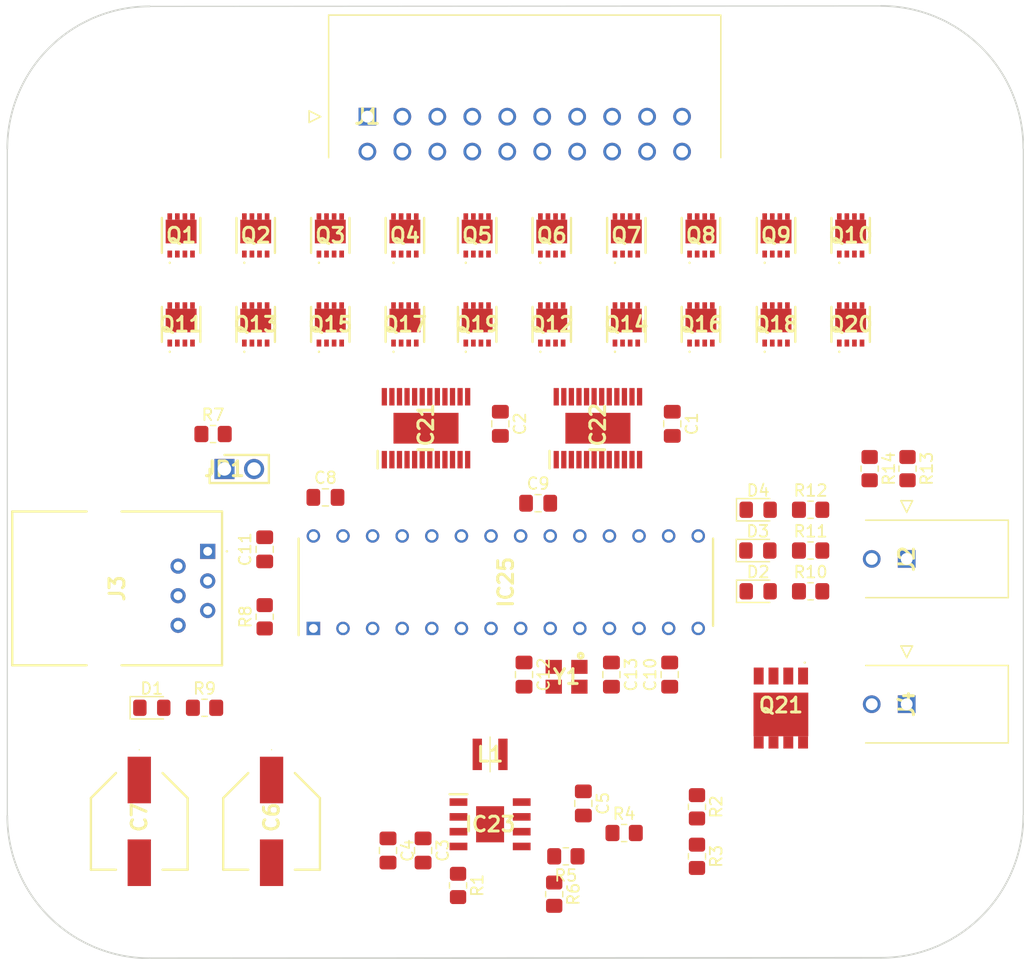
<source format=kicad_pcb>
(kicad_pcb (version 20221018) (generator pcbnew)

  (general
    (thickness 1.6)
  )

  (paper "A4")
  (layers
    (0 "F.Cu" signal)
    (1 "In1.Cu" signal)
    (2 "In2.Cu" signal)
    (31 "B.Cu" signal)
    (32 "B.Adhes" user "B.Adhesive")
    (33 "F.Adhes" user "F.Adhesive")
    (34 "B.Paste" user)
    (35 "F.Paste" user)
    (36 "B.SilkS" user "B.Silkscreen")
    (37 "F.SilkS" user "F.Silkscreen")
    (38 "B.Mask" user)
    (39 "F.Mask" user)
    (40 "Dwgs.User" user "User.Drawings")
    (41 "Cmts.User" user "User.Comments")
    (42 "Eco1.User" user "User.Eco1")
    (43 "Eco2.User" user "User.Eco2")
    (44 "Edge.Cuts" user)
    (45 "Margin" user)
    (46 "B.CrtYd" user "B.Courtyard")
    (47 "F.CrtYd" user "F.Courtyard")
    (48 "B.Fab" user)
    (49 "F.Fab" user)
    (50 "User.1" user)
    (51 "User.2" user)
    (52 "User.3" user)
    (53 "User.4" user)
    (54 "User.5" user)
    (55 "User.6" user)
    (56 "User.7" user)
    (57 "User.8" user)
    (58 "User.9" user)
  )

  (setup
    (stackup
      (layer "F.SilkS" (type "Top Silk Screen"))
      (layer "F.Paste" (type "Top Solder Paste"))
      (layer "F.Mask" (type "Top Solder Mask") (thickness 0.01))
      (layer "F.Cu" (type "copper") (thickness 0.035))
      (layer "dielectric 1" (type "prepreg") (thickness 0.1) (material "FR4") (epsilon_r 4.5) (loss_tangent 0.02))
      (layer "In1.Cu" (type "copper") (thickness 0.035))
      (layer "dielectric 2" (type "prepreg") (thickness 1.24) (material "FR4") (epsilon_r 4.5) (loss_tangent 0.02))
      (layer "In2.Cu" (type "copper") (thickness 0.035))
      (layer "dielectric 3" (type "prepreg") (thickness 0.1) (material "FR4") (epsilon_r 4.5) (loss_tangent 0.02))
      (layer "B.Cu" (type "copper") (thickness 0.035))
      (layer "B.Mask" (type "Bottom Solder Mask") (thickness 0.01))
      (layer "B.Paste" (type "Bottom Solder Paste"))
      (layer "B.SilkS" (type "Bottom Silk Screen"))
      (copper_finish "None")
      (dielectric_constraints no)
    )
    (pad_to_mask_clearance 0)
    (pcbplotparams
      (layerselection 0x00010fc_ffffffff)
      (plot_on_all_layers_selection 0x0000000_00000000)
      (disableapertmacros false)
      (usegerberextensions false)
      (usegerberattributes true)
      (usegerberadvancedattributes true)
      (creategerberjobfile true)
      (dashed_line_dash_ratio 12.000000)
      (dashed_line_gap_ratio 3.000000)
      (svgprecision 4)
      (plotframeref false)
      (viasonmask false)
      (mode 1)
      (useauxorigin false)
      (hpglpennumber 1)
      (hpglpenspeed 20)
      (hpglpendiameter 15.000000)
      (dxfpolygonmode true)
      (dxfimperialunits true)
      (dxfusepcbnewfont true)
      (psnegative false)
      (psa4output false)
      (plotreference true)
      (plotvalue true)
      (plotinvisibletext false)
      (sketchpadsonfab false)
      (subtractmaskfromsilk false)
      (outputformat 1)
      (mirror false)
      (drillshape 1)
      (scaleselection 1)
      (outputdirectory "")
    )
  )

  (net 0 "")
  (net 1 "+24V")
  (net 2 "GND")
  (net 3 "Net-(IC23-SW)")
  (net 4 "Net-(IC23-BOOT)")
  (net 5 "+5V")
  (net 6 "Net-(IC25-VCAP_OR_VDDCORE)")
  (net 7 "Net-(IC25-VDD)")
  (net 8 "Net-(JP1-B)")
  (net 9 "Net-(IC25-OSCI{slash}CLKI{slash}AN13{slash}CN30{slash}RA2)")
  (net 10 "Net-(IC25-OSCO{slash}CLKO{slash}AN14{slash}CN29{slash}RA3)")
  (net 11 "Net-(D1-A)")
  (net 12 "Net-(D2-K)")
  (net 13 "Net-(D2-A)")
  (net 14 "Net-(D3-K)")
  (net 15 "Net-(D3-A)")
  (net 16 "Net-(D4-K)")
  (net 17 "Net-(D4-A)")
  (net 18 "/Gate 1")
  (net 19 "/Gate 5")
  (net 20 "/Gate 7")
  (net 21 "SPI_MOSI")
  (net 22 "SPI_CHAIN")
  (net 23 "/Gate 9")
  (net 24 "/Gate 6")
  (net 25 "/Gate 4")
  (net 26 "/Gate 3")
  (net 27 "/Gate 10")
  (net 28 "unconnected-(IC21-OUT11-Pad17)")
  (net 29 "unconnected-(IC21-OUT12-Pad18)")
  (net 30 "SPI_SS")
  (net 31 "SPI_SCLK")
  (net 32 "/Gate 8")
  (net 33 "/Gate 2")
  (net 34 "/Gate 11")
  (net 35 "/Gate 15")
  (net 36 "/Gate 17")
  (net 37 "SPI_MISO")
  (net 38 "/Gate 19")
  (net 39 "/Gate 16")
  (net 40 "/Gate 14")
  (net 41 "/Gate 13")
  (net 42 "/Gate 20")
  (net 43 "unconnected-(IC22-OUT11-Pad17)")
  (net 44 "unconnected-(IC22-OUT12-Pad18)")
  (net 45 "/Gate 18")
  (net 46 "/Gate 12")
  (net 47 "Net-(IC23-EN)")
  (net 48 "Net-(IC23-RT{slash}SYNC)")
  (net 49 "Net-(IC23-FB)")
  (net 50 "Net-(IC23-PG)")
  (net 51 "Net-(IC25-MCLR{slash}VPP{slash}RA5)")
  (net 52 "unconnected-(IC25-CVREF+{slash}VREF+{slash}DAC1REF+{slash}AN0{slash}C3INC{slash}CN2{slash}RA0-Pad2)")
  (net 53 "unconnected-(IC25-CVREF-{slash}VREF-{slash}AN1{slash}RA1-Pad3)")
  (net 54 "PGD")
  (net 55 "PGC")
  (net 56 "I2C_SDA")
  (net 57 "I2C_SCLK")
  (net 58 "unconnected-(IC25-SOSCI{slash}AN15{slash}~{U2RTS}{slash}U2BCLK{slash}CN1{slash}RB4-Pad11)")
  (net 59 "unconnected-(IC25-SOSCO{slash}SCLKI{slash}AN16{slash}PWRLCLK{slash}~{U2CTS}{slash}CN0{slash}RA4-Pad12)")
  (net 60 "unconnected-(IC25-PGED3{slash}AN17{slash}ASDA1{slash}SCK2{slash}IC4{slash}OC1E{slash}CLCINA{slash}CN27{slash}RB5-Pad14)")
  (net 61 "unconnected-(IC25-AN21{slash}SDA1{slash}T1CK{slash}U1RTS{slash}U1BCLK{slash}IC2{slash}OC4{slash}CLC1O{slash}CTED4{slash}CN21{slash}RB9-Pad18)")
  (net 62 "unconnected-(IC25-SDI2{slash}IC1{slash}OC5{slash}CLC2O{slash}CTED3{slash}CN9{slash}RA7-Pad19)")
  (net 63 "unconnected-(IC25-DAC1OUT{slash}AN12{slash}HLVDIN{slash}~{SS2}{slash}IC3{slash}OC2B{slash}CTED2{slash}INT2{slash}CN14{slash}RB12-Pad23)")
  (net 64 "unconnected-(IC25-DAC2OUT{slash}CVREF{slash}OA1IND{slash}OA2IND{slash}AN10{slash}C3INB{slash}RTCC{slash}C1OUT{slash}OCFA{slash}CTED5{slash}INT1{slash}CN12{slash}RB14-Pad25)")
  (net 65 "/Coil 1")
  (net 66 "/Coil 2")
  (net 67 "/Coil 3")
  (net 68 "/Coil 4")
  (net 69 "/Coil 5")
  (net 70 "/Coil 6")
  (net 71 "/Coil 7")
  (net 72 "/Coil 8")
  (net 73 "/Coil 9")
  (net 74 "/Coil 10")
  (net 75 "/Coil 11")
  (net 76 "/Coil 12")
  (net 77 "/Coil 13")
  (net 78 "/Coil 14")
  (net 79 "/Coil 15")
  (net 80 "/Coil 16")
  (net 81 "/Coil 17")
  (net 82 "/Coil 18")
  (net 83 "/Coil 19")
  (net 84 "/Coil 20")
  (net 85 "MCLR")
  (net 86 "unconnected-(J3-Pad6)")
  (net 87 "Net-(J4-Pin_2)")

  (footprint "Library:HDRV2W67P0X254_1X2_508X241X858P" (layer "F.Cu") (at 98.46 104.5))

  (footprint "Library:PXP01530QLJ" (layer "F.Cu") (at 113.94 92.09))

  (footprint "Capacitor_SMD:C_0805_2012Metric_Pad1.18x1.45mm_HandSolder" (layer "F.Cu") (at 101.91 111.4005 90))

  (footprint "Capacitor_SMD:C_0805_2012Metric_Pad1.18x1.45mm_HandSolder" (layer "F.Cu") (at 107.1225 106.938))

  (footprint "Capacitor_SMD:C_0805_2012Metric_Pad1.18x1.45mm_HandSolder" (layer "F.Cu") (at 115.5 137.25 -90))

  (footprint "Library:PXP01530QLJ" (layer "F.Cu") (at 113.94 84.45))

  (footprint "Library:EEHZT1E331UP" (layer "F.Cu") (at 102.5 134.75 -90))

  (footprint "Capacitor_SMD:C_0805_2012Metric_Pad1.18x1.45mm_HandSolder" (layer "F.Cu") (at 124.16 122.1505 -90))

  (footprint "Library:PXP01530QLJ" (layer "F.Cu") (at 132.94 84.45))

  (footprint "Library:PXP01530QLJ" (layer "F.Cu") (at 101.14 84.45))

  (footprint "Library:EEHZT1E331UP" (layer "F.Cu") (at 91.15 134.75 -90))

  (footprint "Resistor_SMD:R_0805_2012Metric_Pad1.20x1.40mm_HandSolder" (layer "F.Cu") (at 118.5 140.25 -90))

  (footprint "Capacitor_SMD:C_0805_2012Metric_Pad1.18x1.45mm_HandSolder" (layer "F.Cu") (at 125.3725 107.438))

  (footprint "Library:PXP01530QLJ" (layer "F.Cu") (at 107.54 92.09))

  (footprint "Capacitor_SMD:C_0805_2012Metric_Pad1.18x1.45mm_HandSolder" (layer "F.Cu") (at 131.66 122.1505 -90))

  (footprint "Resistor_SMD:R_0805_2012Metric_Pad1.20x1.40mm_HandSolder" (layer "F.Cu") (at 139 137.75 -90))

  (footprint "Library:PXP01530QLJ" (layer "F.Cu") (at 145.785 92.09))

  (footprint "LED_SMD:LED_0805_2012Metric_Pad1.15x1.40mm_HandSolder" (layer "F.Cu") (at 92.225 125))

  (footprint "Capacitor_SMD:C_0805_2012Metric_Pad1.18x1.45mm_HandSolder" (layer "F.Cu") (at 122.13 100.6225 -90))

  (footprint "Library:PXP01530QLJ" (layer "F.Cu") (at 152.185 92.09))

  (footprint "Library:PXP01530QLJ" (layer "F.Cu") (at 120.14 84.45))

  (footprint "Resistor_SMD:R_0805_2012Metric_Pad1.20x1.40mm_HandSolder" (layer "F.Cu") (at 139 133.5 -90))

  (footprint "Resistor_SMD:R_0805_2012Metric_Pad1.20x1.40mm_HandSolder" (layer "F.Cu") (at 148.75 111.5))

  (footprint "Library:LQH3NPN100MMEL" (layer "F.Cu") (at 121.25 129 180))

  (footprint "Library:DIP794W56P254L3486H508Q28N" (layer "F.Cu") (at 122.6 114.219 90))

  (footprint "Resistor_SMD:R_0805_2012Metric_Pad1.20x1.40mm_HandSolder" (layer "F.Cu") (at 153.8146 104.47175 -90))

  (footprint "Capacitor_SMD:C_0805_2012Metric_Pad1.18x1.45mm_HandSolder" (layer "F.Cu") (at 136.66 122.1505 90))

  (footprint "Resistor_SMD:R_0805_2012Metric_Pad1.20x1.40mm_HandSolder" (layer "F.Cu") (at 132.75 135.75))

  (footprint "Capacitor_SMD:C_0805_2012Metric_Pad1.18x1.45mm_HandSolder" (layer "F.Cu") (at 136.88 100.6225 -90))

  (footprint "Resistor_SMD:R_0805_2012Metric_Pad1.20x1.40mm_HandSolder" (layer "F.Cu") (at 148.75 108))

  (footprint "Library:PXP01530QLJ" (layer "F.Cu") (at 94.74 84.45))

  (footprint "Library:PXP01530QLJ" (layer "F.Cu") (at 139.34 92.09))

  (footprint "Library:43045-02YY" (layer "F.Cu") (at 156.9946 112.22175 90))

  (footprint "Library:ABM8G" (layer "F.Cu") (at 127.81 122.338 180))

  (footprint "Library:PXP01530QLJ" (layer "F.Cu") (at 145.785 84.45))

  (footprint "Library:PXP01530QLJ" (layer "F.Cu") (at 101.14 92.09))

  (footprint "Resistor_SMD:R_0805_2012Metric_Pad1.20x1.40mm_HandSolder" (layer "F.Cu") (at 157.0646 104.47175 -90))

  (footprint "Resistor_SMD:R_0805_2012Metric_Pad1.20x1.40mm_HandSolder" (layer "F.Cu") (at 127.75 137.75 180))

  (footprint "Library:PXP01530QLJ" (layer "F.Cu") (at 120.14 92.09))

  (footprint "Library:PXP01530QLJ" (layer "F.Cu") (at 132.94 92.09))

  (footprint "Library:43045-02YY" (layer "F.Cu") (at 156.9946 124.6935 90))

  (footprint "Library:SOP65P600X170-25N" (layer "F.Cu") (at 115.75 101 90))

  (footprint "Library:SOIC127P600X170-9N" (layer "F.Cu") (at 121.25 135))

  (footprint "Resistor_SMD:R_0805_2012Metric_Pad1.20x1.40mm_HandSolder" (layer "F.Cu")
    (tstamp c339e0b1-8e93-473a-8418-0067830dfcc4)
    (at 126.75 141 -90)
    (descr "Resistor SMD 0805 (2012 Metric), square (rectangular) end terminal, IP
... [96094 chars truncated]
</source>
